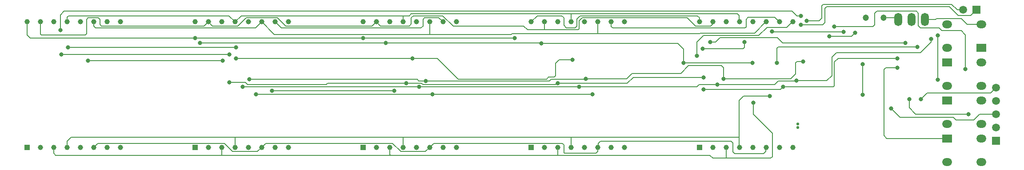
<source format=gbl>
G04*
G04 #@! TF.GenerationSoftware,Altium Limited,Altium Designer,19.1.1 (5)*
G04*
G04 Layer_Physical_Order=2*
G04 Layer_Color=16711680*
%FSTAX24Y24*%
%MOIN*%
G70*
G01*
G75*
%ADD48C,0.0071*%
%ADD49O,0.0748X0.0591*%
%ADD50R,0.0748X0.0591*%
%ADD51C,0.0591*%
%ADD52R,0.0591X0.0591*%
%ADD53C,0.0472*%
%ADD54O,0.0591X0.0984*%
%ADD55O,0.0236X0.0197*%
%ADD56R,0.0394X0.0394*%
%ADD57C,0.0394*%
%ADD58R,0.0591X0.0591*%
%ADD59C,0.0315*%
D48*
X059518Y033898D02*
X059531Y033911D01*
X074785Y033566D02*
Y033984D01*
X074706Y033486D02*
X074785Y033566D01*
X071659Y033486D02*
X074706D01*
X077334Y033623D02*
X087777D01*
X07722Y033509D02*
X077334Y033623D01*
X07722Y032401D02*
Y033509D01*
X037666Y031162D02*
X050256D01*
X050377Y031041D01*
X073413Y025226D02*
X076762D01*
X072424D02*
X073413D01*
X073417Y02523D01*
Y026046D01*
X072198Y025453D02*
X072424Y025226D01*
X07545Y028556D02*
X076888Y027118D01*
X076762Y025226D02*
X076888Y025352D01*
Y027118D01*
X07545Y028556D02*
Y029405D01*
X084432Y035129D02*
X084567Y035264D01*
X081528Y035129D02*
X084432D01*
X084567Y035264D02*
Y036149D01*
X084712Y036294D02*
X087683D01*
X084567Y036149D02*
X084712Y036294D01*
X091377Y031931D02*
Y034501D01*
X091045Y034833D02*
X091377Y034501D01*
X088491Y030138D02*
X093249D01*
X093652Y030541D01*
X088039Y029685D02*
X088491Y030138D01*
X070237Y032401D02*
X075387D01*
X083662Y030033D02*
X083673Y030022D01*
X083662Y030033D02*
Y032282D01*
X083652Y032293D02*
X083662Y032282D01*
X089605Y034833D02*
X091045D01*
X085237Y035791D02*
X086231D01*
X086334Y035687D01*
X082818Y034412D02*
X083091Y034685D01*
X081152Y034412D02*
X082818D01*
X077674Y033896D02*
X086847D01*
X077249Y034321D02*
X077674Y033896D01*
X072963Y034321D02*
X077249D01*
X072622Y033981D02*
X072963Y034321D01*
X072237Y033981D02*
X072622D01*
X089308Y031147D02*
Y034481D01*
X081685Y033181D02*
X087989D01*
X081348Y032844D02*
X081685Y033181D01*
X087989D02*
X088788Y033979D01*
X081348Y031457D02*
Y032844D01*
X088788Y033979D02*
Y034215D01*
X088007Y035035D02*
X089403D01*
X087825Y035217D02*
X088007Y035035D01*
X087825Y035217D02*
Y036152D01*
X087683Y036294D02*
X087825Y036152D01*
X089403Y035035D02*
X089605Y034833D01*
X090675Y028094D02*
X091992D01*
X090472Y028297D02*
X090675Y028094D01*
X086476Y028297D02*
X090472D01*
X085807Y028967D02*
X086476Y028297D01*
X087629Y028541D02*
X091594D01*
X087146Y029024D02*
X087629Y028541D01*
X091992Y028094D02*
X092438Y028541D01*
X093652D01*
X086239Y032752D02*
X086252Y032739D01*
X087146Y029024D02*
Y029685D01*
X040047Y03503D02*
X050537D01*
X050687Y03518D02*
Y035687D01*
X050801Y035802D02*
X051876D01*
X050537Y03503D02*
X050687Y03518D01*
Y035687D02*
X050801Y035802D01*
X047498Y03518D02*
X049647D01*
X049797Y035329D02*
Y035802D01*
X049647Y03518D02*
X049797Y035329D01*
Y035802D02*
X049947Y035951D01*
X052176D01*
X049647D02*
X049797Y036101D01*
X049163Y035951D02*
X049647D01*
X037047D02*
X049163D01*
X049187Y035928D01*
Y035491D02*
Y035928D01*
X037353Y030954D02*
X037538Y030769D01*
X036156Y030954D02*
X037353D01*
X0603Y031186D02*
X063032D01*
X062886Y031201D02*
X065951D01*
X062386Y030591D02*
X071218D01*
X050406D02*
X062386D01*
X07734Y031051D02*
X078696D01*
X077066Y030778D02*
X07734Y031051D01*
X078696D02*
X078708Y031063D01*
X080955D01*
X071218Y030591D02*
X071405Y030778D01*
X072748D01*
X077066D01*
X077497Y030413D02*
X077694Y030611D01*
X071737Y030413D02*
X077497D01*
X066371Y031621D02*
X070026D01*
X07061Y032205D01*
X073061D01*
X073232Y032033D01*
Y031201D02*
Y032033D01*
Y031201D02*
X078255D01*
X078613Y031559D01*
Y032401D01*
X078711Y032498D01*
X060807Y030871D02*
X065999D01*
X066448Y031321D01*
X071737D01*
X0601Y031336D02*
X060532D01*
X059954Y03119D02*
X0601Y031336D01*
X053327Y03119D02*
X059954D01*
X060155Y031041D02*
X0603Y031186D01*
X050906Y031041D02*
X060155D01*
X065951Y031201D02*
X066371Y031621D01*
X090821Y035981D02*
X091771D01*
X09015Y036652D02*
X090821Y035981D01*
X080963Y036652D02*
X09015D01*
X025987Y035165D02*
Y035491D01*
X026122Y03503D02*
X038126D01*
X025987Y035165D02*
X026122Y03503D01*
X026561Y03518D02*
X034276D01*
X026447Y035294D02*
Y035687D01*
Y035294D02*
X026561Y03518D01*
X026333Y035802D02*
X026447Y035687D01*
X025577Y035802D02*
X026333D01*
X025463Y035687D02*
X025577Y035802D01*
X025463Y034602D02*
Y035687D01*
X025359Y034498D02*
X025463Y034602D01*
X022077Y034498D02*
X025359D01*
X021987Y034588D02*
X022077Y034498D01*
X021987Y034588D02*
Y035491D01*
X074387D02*
Y035982D01*
X024101Y035951D02*
X036126D01*
X023987Y035837D02*
X024101Y035951D01*
X023987Y035491D02*
Y035837D01*
X025556Y032581D02*
X035656D01*
X025556Y032581D02*
X025556Y032581D01*
X023556Y03304D02*
X036155D01*
X036156Y033041D01*
X051407Y030031D02*
X063387D01*
X043538Y030881D02*
X049414D01*
X050575D01*
X077694Y030611D02*
X08147D01*
X037538Y030769D02*
X043426D01*
X043538Y030881D01*
X060638Y031442D02*
Y032372D01*
X060532Y031336D02*
X060638Y031442D01*
X078711Y032498D02*
X079206D01*
X080955Y031063D02*
X081348Y031457D01*
X081536Y03247D02*
X081818Y032752D01*
X08147Y030611D02*
X081536Y030677D01*
Y03247D01*
X081818Y032752D02*
X086239D01*
X071128Y03518D02*
X07227D01*
X070506Y035802D02*
X071128Y03518D01*
X07227D02*
X072387Y035296D01*
X062468Y035951D02*
X071266D01*
X071417Y035495D02*
Y035801D01*
X071266Y035951D02*
X071417Y035801D01*
X072387Y035296D02*
Y035491D01*
X075063Y035831D02*
X077047D01*
X074911Y035679D02*
X075063Y035831D01*
X074911Y035108D02*
Y035679D01*
X074833Y03503D02*
X074911Y035108D01*
X064912Y03503D02*
X074833D01*
X074267Y036101D02*
X074387Y035982D01*
X061804Y036101D02*
X074267D01*
X079017Y035271D02*
X080646D01*
X080827Y035451D02*
Y036516D01*
X080646Y035271D02*
X080827Y035451D01*
X080592Y036696D02*
X080697Y036801D01*
X079477Y035581D02*
X080384D01*
X080592Y035789D01*
Y036696D01*
X080697Y036801D02*
X090341D01*
X080827Y036516D02*
X080963Y036652D01*
X090341Y036801D02*
X090747Y036396D01*
X064787Y035156D02*
X064912Y03503D01*
X064787Y035156D02*
Y035491D01*
X061435Y035041D02*
X062086D01*
X061247Y035229D02*
X061435Y035041D01*
X061247Y035229D02*
Y035802D01*
X062224Y03518D02*
Y035708D01*
X062086Y035041D02*
X062224Y03518D01*
Y035708D02*
X062468Y035951D01*
X049797Y036101D02*
X061804D01*
X061787Y036083D02*
X061804Y036101D01*
X061787Y035491D02*
Y036083D01*
X062397Y035581D02*
X062618Y035802D01*
X062397Y034959D02*
Y035581D01*
X06233Y034892D02*
X062397Y034959D01*
X059769Y034892D02*
X06233D01*
X058787Y035491D02*
X059247Y035951D01*
X061098D02*
X061247Y035802D01*
X059247Y035951D02*
X061098D01*
X058524Y034892D02*
X059769D01*
X059787Y034909D01*
Y035491D01*
X052948Y03518D02*
X058236D01*
X058524Y034892D01*
X039536Y034541D02*
X051187D01*
Y035491D01*
Y034541D02*
X057297Y034541D01*
X063736Y034596D02*
X071437D01*
X057352D02*
X063736D01*
X063787Y034647D01*
Y035491D01*
X075552Y034656D02*
X076387Y035491D01*
X073081Y034656D02*
X075552D01*
X073071Y034646D02*
X073081Y034656D01*
X071486Y034646D02*
X073071D01*
X071437Y034596D02*
X071486Y034646D01*
X057297Y034541D02*
X057352Y034596D01*
X076387Y025727D02*
Y026042D01*
X07622Y025561D02*
X076387Y025727D01*
X074056Y025561D02*
X07622D01*
X048248Y025453D02*
X060787D01*
X035581D02*
X048248D01*
X048187Y025514D02*
X048248Y025453D01*
X048187Y025514D02*
Y026042D01*
X02313Y025453D02*
X035581D01*
X035587Y025458D01*
Y026042D01*
X022987Y025596D02*
X02313Y025453D01*
X022987Y025596D02*
Y026042D01*
X060787Y025453D02*
X072198D01*
X063983Y026502D02*
X073793D01*
X063826Y026345D02*
X063983Y026502D01*
X063826Y026081D02*
Y026345D01*
X063787Y026042D02*
X063826Y026081D01*
X061247Y025652D02*
Y026239D01*
X063787Y025731D02*
Y026042D01*
X063658Y025602D02*
X063787Y025731D01*
X061297Y025602D02*
X063658D01*
X061247Y025652D02*
X061297Y025602D01*
X060787Y025453D02*
Y026042D01*
X051498Y026353D02*
X061133D01*
X061247Y026239D01*
X073917Y025699D02*
Y026378D01*
X073793Y026502D02*
X073917Y026378D01*
Y025699D02*
X074056Y025561D01*
X074387Y026042D02*
Y026794D01*
X024278D02*
X036616D01*
X061799D02*
X074387D01*
X049211D02*
X061799D01*
X061787Y026782D02*
X061799Y026794D01*
X061787Y026042D02*
Y026782D01*
X036616Y026794D02*
X049211D01*
X049187Y02677D02*
X049211Y026794D01*
X049187Y026042D02*
Y02677D01*
X036587Y026764D02*
X036616Y026794D01*
X036587Y026042D02*
Y026764D01*
X074387Y026794D02*
Y029581D01*
X023987Y026042D02*
Y026502D01*
X024278Y026794D01*
X038157Y030031D02*
X051407D01*
X076881Y034764D02*
X076888Y034757D01*
X076868Y034764D02*
X076881D01*
X082224Y034757D02*
X082231Y034751D01*
X076888Y034757D02*
X082224D01*
X075877Y034471D02*
X076487Y035081D01*
X071717Y034471D02*
X075877D01*
X076487Y035081D02*
X077977D01*
X085473Y026712D02*
X089997D01*
X085247Y026938D02*
X085473Y026712D01*
X085247Y026938D02*
Y031916D01*
X020987Y034511D02*
Y035491D01*
Y034511D02*
X021237Y034261D01*
X033587D01*
X078743Y035951D02*
X079019D01*
X078375Y036319D02*
X078743Y035951D01*
X023775Y036319D02*
X078375D01*
X023478Y036022D02*
X023775Y036319D01*
X023478Y034881D02*
Y036022D01*
X085247Y031916D02*
X085378Y032047D01*
X086252D01*
X046187Y034261D02*
X057557D01*
X050377Y031041D02*
X050906D01*
X050687Y030769D02*
X060639D01*
X060741Y030871D01*
X060807D01*
X051777Y032741D02*
X053327Y03119D01*
X049906Y032741D02*
X051777D01*
X069793Y033885D02*
X070237Y033441D01*
Y032401D02*
Y033441D01*
X059557Y033885D02*
X069793D01*
X059531Y033911D02*
X059557Y033885D01*
X047907Y033911D02*
X04792Y033898D01*
X047897Y033921D02*
X047907Y033911D01*
X04792Y033898D02*
X059518D01*
X050575Y030881D02*
X050687Y030769D01*
X060638Y032372D02*
X060905Y032639D01*
X061886D01*
X038276Y025731D02*
X038587Y026042D01*
X036407Y025731D02*
X038276D01*
X035785Y026353D02*
X036407Y025731D01*
X026298Y026353D02*
X035785D01*
X025987Y026042D02*
X026298Y026353D01*
X051187Y026042D02*
X051498Y026353D01*
X077047Y035831D02*
X077387Y035491D01*
X036587D02*
X037047Y035951D01*
X036126D02*
X036587Y035491D01*
X062618Y035802D02*
X070506D01*
X052176Y035951D02*
X052948Y03518D01*
X047187Y035491D02*
X047498Y03518D01*
X046876D02*
X047187Y035491D01*
X040389Y03518D02*
X046876D01*
X039767Y035802D02*
X040389Y03518D01*
X037418Y035802D02*
X039767D01*
X036796Y03518D02*
X037418Y035802D01*
X034898Y03518D02*
X036796D01*
X034587Y035491D02*
X034898Y03518D01*
X071217Y032941D02*
Y033971D01*
X071717Y034471D01*
X077977Y035081D02*
X078387Y035491D01*
X036656Y032741D02*
X049906D01*
X024056Y033581D02*
X036656D01*
X037156Y030591D02*
X050406D01*
X091771Y035981D02*
X092187Y036396D01*
X090747D02*
X091187D01*
X074387Y029581D02*
X074727Y029921D01*
X076707D01*
X033967Y033921D02*
X047897D01*
X039357Y030311D02*
X048527D01*
X050876Y025731D02*
X051187Y026042D01*
X049016Y025731D02*
X050876D01*
X048394Y026353D02*
X049016Y025731D01*
X038898Y026353D02*
X048394D01*
X038587Y026042D02*
X038898Y026353D01*
X033587Y034261D02*
X046187D01*
X038587Y035491D02*
X039536Y034541D01*
X038126Y03503D02*
X038587Y035491D01*
X034276Y03518D02*
X034587Y035491D01*
X051876Y035802D02*
X052187Y035491D01*
X039587D02*
X040047Y03503D01*
X091499Y035298D02*
X092556D01*
X091047Y035751D02*
X091499Y035298D01*
X08919Y035751D02*
X091047D01*
X089127Y035687D02*
X08919Y035751D01*
X088334Y035687D02*
X089127D01*
D49*
X092556Y026712D02*
D03*
Y024941D02*
D03*
X089997D02*
D03*
Y027791D02*
D03*
X092556D02*
D03*
Y029562D02*
D03*
X089997Y030669D02*
D03*
X092556D02*
D03*
Y032441D02*
D03*
Y035298D02*
D03*
X089997D02*
D03*
Y033526D02*
D03*
D50*
Y026712D02*
D03*
Y029562D02*
D03*
Y032441D02*
D03*
X092556Y033526D02*
D03*
D51*
X091187Y036396D02*
D03*
X093652Y029541D02*
D03*
Y028541D02*
D03*
Y027541D02*
D03*
Y030541D02*
D03*
D52*
X092187Y036396D02*
D03*
D53*
X083898Y035791D02*
D03*
X085237D02*
D03*
D54*
X088334Y035687D02*
D03*
X087334D02*
D03*
X086334D02*
D03*
D55*
X078784Y027816D02*
D03*
Y027541D02*
D03*
D56*
X071417Y026046D02*
D03*
X033587Y026042D02*
D03*
X058787D02*
D03*
X046187D02*
D03*
X020987D02*
D03*
D57*
X072417Y026046D02*
D03*
X073417D02*
D03*
X074417D02*
D03*
X075417D02*
D03*
X076417D02*
D03*
X077417D02*
D03*
X078417D02*
D03*
Y035495D02*
D03*
X077417D02*
D03*
X076417D02*
D03*
X075417D02*
D03*
X074417D02*
D03*
X073417D02*
D03*
X072417D02*
D03*
X071417D02*
D03*
X033587Y035491D02*
D03*
X034587D02*
D03*
X035587D02*
D03*
X036587D02*
D03*
X037587D02*
D03*
X038587D02*
D03*
X039587D02*
D03*
X040587D02*
D03*
Y026042D02*
D03*
X039587D02*
D03*
X038587D02*
D03*
X037587D02*
D03*
X036587D02*
D03*
X035587D02*
D03*
X034587D02*
D03*
X058787Y035491D02*
D03*
X059787D02*
D03*
X060787D02*
D03*
X061787D02*
D03*
X062787D02*
D03*
X063787D02*
D03*
X064787D02*
D03*
X065787D02*
D03*
Y026042D02*
D03*
X064787D02*
D03*
X063787D02*
D03*
X062787D02*
D03*
X061787D02*
D03*
X060787D02*
D03*
X059787D02*
D03*
X046187Y035491D02*
D03*
X047187D02*
D03*
X048187D02*
D03*
X049187D02*
D03*
X050187D02*
D03*
X051187D02*
D03*
X052187D02*
D03*
X053187D02*
D03*
Y026042D02*
D03*
X052187D02*
D03*
X051187D02*
D03*
X050187D02*
D03*
X049187D02*
D03*
X048187D02*
D03*
X047187D02*
D03*
X020987Y035491D02*
D03*
X021987D02*
D03*
X022987D02*
D03*
X023987D02*
D03*
X024987D02*
D03*
X025987D02*
D03*
X026987D02*
D03*
X027987D02*
D03*
Y026042D02*
D03*
X026987D02*
D03*
X025987D02*
D03*
X024987D02*
D03*
X023987D02*
D03*
X022987D02*
D03*
X021987D02*
D03*
D58*
X093652Y026541D02*
D03*
D59*
X037666Y031162D02*
D03*
X07545Y029405D02*
D03*
X088039Y029685D02*
D03*
X075387Y032401D02*
D03*
X083673Y030022D02*
D03*
X083652Y032293D02*
D03*
X083091Y034685D02*
D03*
X081152Y034412D02*
D03*
X071659Y033486D02*
D03*
X074785Y033984D02*
D03*
X089308Y031147D02*
D03*
X087777Y033623D02*
D03*
X089308Y034481D02*
D03*
X088788Y034215D02*
D03*
X086847Y033896D02*
D03*
X091594Y028541D02*
D03*
X085807Y028967D02*
D03*
X086252Y032739D02*
D03*
X087146Y029685D02*
D03*
X036156Y030954D02*
D03*
X072748Y030778D02*
D03*
X071737Y030413D02*
D03*
X073232Y031201D02*
D03*
X07722Y032401D02*
D03*
X062886Y031201D02*
D03*
X035656Y032581D02*
D03*
X025556Y032581D02*
D03*
X023556Y03304D02*
D03*
X063387Y030031D02*
D03*
X051407D02*
D03*
X049414Y030881D02*
D03*
X078708Y031063D02*
D03*
X077694Y030611D02*
D03*
X076868Y034764D02*
D03*
X082231Y034751D02*
D03*
X081528Y035129D02*
D03*
X079206Y032498D02*
D03*
X079019Y035951D02*
D03*
X023478Y034881D02*
D03*
X086252Y032047D02*
D03*
X046187Y034261D02*
D03*
X059557Y033885D02*
D03*
X061886Y032639D02*
D03*
X057557Y034261D02*
D03*
X071217Y032941D02*
D03*
X036656Y032741D02*
D03*
X049906D02*
D03*
X024056Y033581D02*
D03*
X036656D02*
D03*
X037156Y030591D02*
D03*
X050906Y031041D02*
D03*
X036156Y033041D02*
D03*
X060807Y030871D02*
D03*
X071737Y031321D02*
D03*
X070237Y032401D02*
D03*
X079017Y035271D02*
D03*
X091377Y031931D02*
D03*
X079477Y035581D02*
D03*
X076707Y029921D02*
D03*
X072237Y033981D02*
D03*
X033967Y033921D02*
D03*
X047907Y033911D02*
D03*
X048527Y030311D02*
D03*
X039357D02*
D03*
X038157Y030031D02*
D03*
X062386Y030591D02*
D03*
X050406D02*
D03*
X033587Y034261D02*
D03*
M02*

</source>
